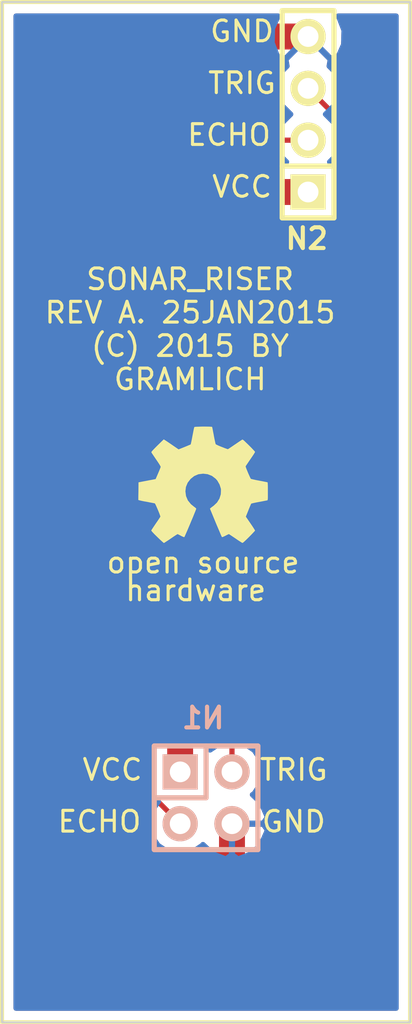
<source format=kicad_pcb>
(kicad_pcb (version 4) (host pcbnew "(2014-jul-16 BZR unknown)-product")

  (general
    (links 4)
    (no_connects 0)
    (area 99.899999 49.899999 122.87279 100.100001)
    (thickness 1.6)
    (drawings 19)
    (tracks 18)
    (zones 0)
    (modules 3)
    (nets 5)
  )

  (page A4)
  (layers
    (0 F.Cu signal)
    (31 B.Cu signal)
    (32 B.Adhes user)
    (33 F.Adhes user)
    (34 B.Paste user)
    (35 F.Paste user)
    (36 B.SilkS user)
    (37 F.SilkS user)
    (38 B.Mask user)
    (39 F.Mask user)
    (40 Dwgs.User user)
    (41 Cmts.User user)
    (42 Eco1.User user)
    (43 Eco2.User user)
    (44 Edge.Cuts user)
    (45 Margin user)
    (46 B.CrtYd user)
    (47 F.CrtYd user)
    (48 B.Fab user)
    (49 F.Fab user)
  )

  (setup
    (last_trace_width 0.254)
    (trace_clearance 0.254)
    (zone_clearance 0.508)
    (zone_45_only no)
    (trace_min 0.254)
    (segment_width 0.2)
    (edge_width 0.1)
    (via_size 0.889)
    (via_drill 0.635)
    (via_min_size 0.889)
    (via_min_drill 0.508)
    (uvia_size 0.508)
    (uvia_drill 0.127)
    (uvias_allowed no)
    (uvia_min_size 0.508)
    (uvia_min_drill 0.127)
    (pcb_text_width 0.3)
    (pcb_text_size 1.5 1.5)
    (mod_edge_width 0.15)
    (mod_text_size 1 1)
    (mod_text_width 0.15)
    (pad_size 1.7272 1.7272)
    (pad_drill 1.016)
    (pad_to_mask_clearance 0)
    (aux_axis_origin 0 0)
    (visible_elements FFFFFF7F)
    (pcbplotparams
      (layerselection 0x010f0_80000001)
      (usegerberextensions true)
      (excludeedgelayer true)
      (linewidth 0.100000)
      (plotframeref false)
      (viasonmask false)
      (mode 1)
      (useauxorigin false)
      (hpglpennumber 1)
      (hpglpenspeed 20)
      (hpglpendiameter 15)
      (hpglpenoverlay 2)
      (psnegative false)
      (psa4output false)
      (plotreference true)
      (plotvalue false)
      (plotinvisibletext false)
      (padsonsilk false)
      (subtractmaskfromsilk false)
      (outputformat 1)
      (mirror false)
      (drillshape 0)
      (scaleselection 1)
      (outputdirectory ""))
  )

  (net 0 "")
  (net 1 "Net-(N1-Pad2)")
  (net 2 "Net-(N1-Pad3)")
  (net 3 /VCC)
  (net 4 /GND)

  (net_class Default "This is the default net class."
    (clearance 0.254)
    (trace_width 0.254)
    (via_dia 0.889)
    (via_drill 0.635)
    (uvia_dia 0.508)
    (uvia_drill 0.127)
    (add_net "Net-(N1-Pad2)")
    (add_net "Net-(N1-Pad3)")
  )

  (net_class Power ""
    (clearance 0.254)
    (trace_width 1.27)
    (via_dia 0.889)
    (via_drill 0.635)
    (uvia_dia 0.508)
    (uvia_drill 0.127)
    (add_net /GND)
    (add_net /VCC)
  )

  (module sonar_riser:Pin_Header_Straight_1x04 (layer F.Cu) (tedit 54C59EF4) (tstamp 54C59B95)
    (at 115 55.5 90)
    (descr "1 pin")
    (tags "CONN DEV")
    (path /54BEACAE)
    (fp_text reference N2 (at -6.095 -0.065 180) (layer F.SilkS)
      (effects (font (size 1.016 1.016) (thickness 0.2032)))
    )
    (fp_text value SONAR_SLAVE (at 0 2.413 90) (layer F.SilkS) hide
      (effects (font (size 1.016 1.016) (thickness 0.2032)))
    )
    (fp_line (start -2.54 1.27) (end 5.08 1.27) (layer F.SilkS) (width 0.254))
    (fp_line (start -2.54 -1.27) (end 5.08 -1.27) (layer F.SilkS) (width 0.254))
    (fp_line (start -5.08 -1.27) (end -2.54 -1.27) (layer F.SilkS) (width 0.254))
    (fp_line (start 5.08 1.27) (end 5.08 -1.27) (layer F.SilkS) (width 0.254))
    (fp_line (start -2.54 -1.27) (end -2.54 1.27) (layer F.SilkS) (width 0.254))
    (fp_line (start -5.08 -1.27) (end -5.08 1.27) (layer F.SilkS) (width 0.254))
    (fp_line (start -5.08 1.27) (end -2.54 1.27) (layer F.SilkS) (width 0.254))
    (pad 1 thru_hole rect (at -3.81 0 90) (size 1.7272 1.7272) (drill 1.016) (layers *.Cu *.Mask F.SilkS)
      (net 3 /VCC))
    (pad 2 thru_hole circle (at -1.27 0 90) (size 1.7272 1.7272) (drill 1.016) (layers *.Cu *.Mask F.SilkS)
      (net 1 "Net-(N1-Pad2)"))
    (pad 3 thru_hole circle (at 1.27 0 90) (size 1.7272 1.7272) (drill 1.016) (layers *.Cu *.Mask F.SilkS)
      (net 2 "Net-(N1-Pad3)"))
    (pad 4 thru_hole circle (at 3.81 0 90) (size 1.7272 1.7272) (drill 1.016) (layers *.Cu *.Mask F.SilkS)
      (net 4 /GND))
    (model Pin_Headers/Pin_Header_Straight_1x04.wrl
      (at (xyz 0 0 0))
      (scale (xyz 1 1 1))
      (rotate (xyz 0 0 0))
    )
  )

  (module sonar_riser:Pin_Header_Straight_2x02 (layer B.Cu) (tedit 54C59EFD) (tstamp 54C5977D)
    (at 110 89)
    (descr "1 pin")
    (tags "CONN DEV")
    (path /54BEAC6B)
    (fp_text reference N1 (at -0.145 -3.91) (layer B.SilkS)
      (effects (font (size 1.016 1.016) (thickness 0.2032)) (justify mirror))
    )
    (fp_text value SONAR_MASTER (at 0 -3.81) (layer B.SilkS) hide
      (effects (font (size 1.016 1.016) (thickness 0.2032)) (justify mirror))
    )
    (fp_line (start -2.54 0) (end -2.54 -2.54) (layer B.SilkS) (width 0.254))
    (fp_line (start -2.54 -2.54) (end 0 -2.54) (layer B.SilkS) (width 0.254))
    (fp_line (start 0 -2.54) (end 0 0) (layer B.SilkS) (width 0.254))
    (fp_line (start 0 0) (end -2.54 0) (layer B.SilkS) (width 0.254))
    (fp_line (start -2.54 0) (end -2.54 2.54) (layer B.SilkS) (width 0.254))
    (fp_line (start -2.54 2.54) (end 2.54 2.54) (layer B.SilkS) (width 0.254))
    (fp_line (start 2.54 2.54) (end 2.54 -2.54) (layer B.SilkS) (width 0.254))
    (fp_line (start 2.54 -2.54) (end 0 -2.54) (layer B.SilkS) (width 0.254))
    (pad 1 thru_hole rect (at -1.27 -1.27) (size 1.7272 1.7272) (drill 1.016) (layers *.Cu *.Mask B.SilkS)
      (net 3 /VCC))
    (pad 2 thru_hole oval (at -1.27 1.27) (size 1.7272 1.7272) (drill 1.016) (layers *.Cu *.Mask B.SilkS)
      (net 1 "Net-(N1-Pad2)"))
    (pad 3 thru_hole oval (at 1.27 -1.27) (size 1.7272 1.7272) (drill 1.016) (layers *.Cu *.Mask B.SilkS)
      (net 2 "Net-(N1-Pad3)"))
    (pad 4 thru_hole oval (at 1.27 1.27) (size 1.7272 1.7272) (drill 1.016) (layers *.Cu *.Mask B.SilkS)
      (net 4 /GND))
    (model Pin_Headers/Pin_Header_Straight_2x02.wrl
      (at (xyz 0 0 0))
      (scale (xyz 1 1 1))
      (rotate (xyz 0 0 0))
    )
  )

  (module sonar_riser:OSHW_LOGO_250mil (layer F.Cu) (tedit 0) (tstamp 54C5A19F)
    (at 109.855 73.66)
    (path /54C5A15C)
    (fp_text reference OSHW1 (at 0 3.36804) (layer F.SilkS) hide
      (effects (font (size 0.28956 0.28956) (thickness 0.05588)))
    )
    (fp_text value OSHW (at 0 -3.36804) (layer F.SilkS) hide
      (effects (font (size 0.28956 0.28956) (thickness 0.05588)))
    )
    (fp_poly (pts (xy -1.92532 2.85242) (xy -1.88976 2.83464) (xy -1.8161 2.78638) (xy -1.70942 2.7178)
      (xy -1.58496 2.63398) (xy -1.4605 2.54762) (xy -1.35636 2.47904) (xy -1.2827 2.43332)
      (xy -1.25222 2.41554) (xy -1.23698 2.42316) (xy -1.17602 2.4511) (xy -1.08966 2.49682)
      (xy -1.0414 2.52222) (xy -0.96012 2.55778) (xy -0.92202 2.56286) (xy -0.9144 2.5527)
      (xy -0.88646 2.49174) (xy -0.84074 2.3876) (xy -0.77978 2.25044) (xy -0.7112 2.08788)
      (xy -0.63754 1.91516) (xy -0.56388 1.73736) (xy -0.49276 1.56972) (xy -0.4318 1.41732)
      (xy -0.381 1.29286) (xy -0.34798 1.2065) (xy -0.33782 1.17094) (xy -0.34036 1.16332)
      (xy -0.381 1.12268) (xy -0.44958 1.07188) (xy -0.59944 0.94996) (xy -0.7493 0.76454)
      (xy -0.8382 0.55372) (xy -0.86868 0.32004) (xy -0.84328 0.10414) (xy -0.75692 -0.10414)
      (xy -0.61214 -0.28956) (xy -0.43688 -0.42926) (xy -0.23114 -0.51816) (xy 0 -0.5461)
      (xy 0.22098 -0.5207) (xy 0.43434 -0.43688) (xy 0.61976 -0.29464) (xy 0.6985 -0.2032)
      (xy 0.80772 -0.0127) (xy 0.87122 0.18796) (xy 0.8763 0.2413) (xy 0.86868 0.46228)
      (xy 0.80264 0.67564) (xy 0.68326 0.86868) (xy 0.5207 1.02362) (xy 0.50038 1.03886)
      (xy 0.42418 1.09474) (xy 0.37338 1.13538) (xy 0.33528 1.1684) (xy 0.61722 1.85166)
      (xy 0.66294 1.96088) (xy 0.74168 2.1463) (xy 0.81026 2.30632) (xy 0.8636 2.43586)
      (xy 0.9017 2.52222) (xy 0.91948 2.55524) (xy 0.92202 2.55778) (xy 0.94488 2.56286)
      (xy 0.99822 2.54254) (xy 1.0922 2.49682) (xy 1.1557 2.4638) (xy 1.22936 2.42824)
      (xy 1.26238 2.41554) (xy 1.29032 2.43078) (xy 1.3589 2.4765) (xy 1.4605 2.54508)
      (xy 1.58242 2.62636) (xy 1.69926 2.70764) (xy 1.80594 2.77622) (xy 1.88468 2.82702)
      (xy 1.92278 2.84734) (xy 1.92786 2.84734) (xy 1.96342 2.82956) (xy 2.02438 2.77622)
      (xy 2.11582 2.68986) (xy 2.2479 2.56032) (xy 2.26822 2.54) (xy 2.37744 2.42824)
      (xy 2.4638 2.3368) (xy 2.52476 2.27076) (xy 2.54508 2.24028) (xy 2.54508 2.24028)
      (xy 2.52476 2.20472) (xy 2.4765 2.12598) (xy 2.40538 2.01676) (xy 2.31902 1.88976)
      (xy 2.09296 1.5621) (xy 2.21742 1.25222) (xy 2.25552 1.1557) (xy 2.30378 1.0414)
      (xy 2.33934 0.96012) (xy 2.35712 0.92202) (xy 2.39268 0.91186) (xy 2.4765 0.89154)
      (xy 2.59842 0.86614) (xy 2.74574 0.8382) (xy 2.88544 0.8128) (xy 3.01244 0.7874)
      (xy 3.10388 0.76962) (xy 3.14452 0.762) (xy 3.15468 0.75692) (xy 3.1623 0.7366)
      (xy 3.16992 0.69342) (xy 3.17246 0.61722) (xy 3.17246 0.4953) (xy 3.17246 0.32004)
      (xy 3.17246 0.30226) (xy 3.17246 0.13462) (xy 3.16992 0.00254) (xy 3.16484 -0.08382)
      (xy 3.15976 -0.11938) (xy 3.15722 -0.11938) (xy 3.11912 -0.12954) (xy 3.03022 -0.14732)
      (xy 2.90322 -0.17272) (xy 2.75336 -0.20066) (xy 2.7432 -0.2032) (xy 2.59334 -0.23114)
      (xy 2.46634 -0.25908) (xy 2.37998 -0.2794) (xy 2.34188 -0.28956) (xy 2.33426 -0.29972)
      (xy 2.30378 -0.35814) (xy 2.2606 -0.45212) (xy 2.2098 -0.56642) (xy 2.16154 -0.68326)
      (xy 2.11836 -0.78994) (xy 2.09042 -0.86868) (xy 2.0828 -0.90424) (xy 2.0828 -0.90678)
      (xy 2.10566 -0.94234) (xy 2.15646 -1.01854) (xy 2.23012 -1.12776) (xy 2.31648 -1.25476)
      (xy 2.3241 -1.26492) (xy 2.41046 -1.39192) (xy 2.48158 -1.4986) (xy 2.5273 -1.5748)
      (xy 2.54508 -1.61036) (xy 2.54508 -1.6129) (xy 2.51714 -1.651) (xy 2.4511 -1.72212)
      (xy 2.35966 -1.81864) (xy 2.2479 -1.9304) (xy 2.21234 -1.96596) (xy 2.08788 -2.08534)
      (xy 2.00406 -2.16662) (xy 1.95072 -2.20726) (xy 1.92532 -2.21742) (xy 1.92278 -2.21488)
      (xy 1.88468 -2.19202) (xy 1.80594 -2.14122) (xy 1.69672 -2.06756) (xy 1.56718 -1.97866)
      (xy 1.55702 -1.97358) (xy 1.43256 -1.88722) (xy 1.32588 -1.8161) (xy 1.24968 -1.7653)
      (xy 1.21666 -1.74498) (xy 1.21158 -1.74498) (xy 1.16078 -1.76022) (xy 1.06934 -1.79324)
      (xy 0.96012 -1.83642) (xy 0.84074 -1.88214) (xy 0.73406 -1.92786) (xy 0.65532 -1.96596)
      (xy 0.61722 -1.98628) (xy 0.61722 -1.98882) (xy 0.60198 -2.03454) (xy 0.58166 -2.12852)
      (xy 0.55372 -2.25806) (xy 0.52324 -2.41554) (xy 0.5207 -2.4384) (xy 0.49022 -2.5908)
      (xy 0.46736 -2.71526) (xy 0.44958 -2.80162) (xy 0.43942 -2.83718) (xy 0.4191 -2.84226)
      (xy 0.34544 -2.84734) (xy 0.23114 -2.84988) (xy 0.09652 -2.85242) (xy -0.04826 -2.85242)
      (xy -0.18796 -2.84734) (xy -0.30734 -2.8448) (xy -0.3937 -2.83718) (xy -0.42926 -2.8321)
      (xy -0.42926 -2.82956) (xy -0.4445 -2.7813) (xy -0.46482 -2.68732) (xy -0.49022 -2.55524)
      (xy -0.5207 -2.4003) (xy -0.52578 -2.37236) (xy -0.55372 -2.2225) (xy -0.57912 -2.09804)
      (xy -0.59944 -2.01168) (xy -0.60706 -1.97866) (xy -0.6223 -1.97104) (xy -0.68326 -1.94564)
      (xy -0.78486 -1.90246) (xy -0.90932 -1.85166) (xy -1.20142 -1.73482) (xy -1.55702 -1.97866)
      (xy -1.59004 -2.00152) (xy -1.71704 -2.08788) (xy -1.82372 -2.159) (xy -1.89738 -2.20472)
      (xy -1.92786 -2.2225) (xy -1.9304 -2.2225) (xy -1.96596 -2.18948) (xy -2.03454 -2.12344)
      (xy -2.13106 -2.02946) (xy -2.24536 -1.9177) (xy -2.32664 -1.83642) (xy -2.4257 -1.73482)
      (xy -2.48666 -1.66878) (xy -2.52222 -1.6256) (xy -2.53492 -1.6002) (xy -2.52984 -1.58242)
      (xy -2.50698 -1.54432) (xy -2.45618 -1.46812) (xy -2.38252 -1.3589) (xy -2.29616 -1.2319)
      (xy -2.22504 -1.12776) (xy -2.1463 -1.00838) (xy -2.0955 -0.92202) (xy -2.07772 -0.88138)
      (xy -2.0828 -0.8636) (xy -2.1082 -0.79248) (xy -2.15138 -0.68834) (xy -2.20472 -0.56134)
      (xy -2.32664 -0.2794) (xy -2.51206 -0.24384) (xy -2.62382 -0.22352) (xy -2.7813 -0.19304)
      (xy -2.93116 -0.1651) (xy -3.16484 -0.11938) (xy -3.175 0.74168) (xy -3.1369 0.75692)
      (xy -3.10388 0.76454) (xy -3.01752 0.78486) (xy -2.89306 0.81026) (xy -2.74574 0.83566)
      (xy -2.62128 0.86106) (xy -2.49682 0.88392) (xy -2.40538 0.9017) (xy -2.36728 0.90932)
      (xy -2.35712 0.92202) (xy -2.3241 0.98298) (xy -2.28092 1.0795) (xy -2.23012 1.19634)
      (xy -2.17932 1.31826) (xy -2.13614 1.42748) (xy -2.10566 1.51384) (xy -2.09296 1.55702)
      (xy -2.11074 1.59004) (xy -2.159 1.6637) (xy -2.22758 1.76784) (xy -2.31394 1.8923)
      (xy -2.39776 2.01676) (xy -2.46888 2.12344) (xy -2.51968 2.20218) (xy -2.54 2.2352)
      (xy -2.52984 2.2606) (xy -2.48158 2.31902) (xy -2.3876 2.41808) (xy -2.2479 2.55524)
      (xy -2.22504 2.5781) (xy -2.11328 2.68478) (xy -2.0193 2.77114) (xy -1.95326 2.82956)
      (xy -1.92532 2.85242)) (layer F.SilkS) (width 0.00254))
  )

  (gr_text hardware (at 109.49432 78.83144) (layer F.SilkS)
    (effects (font (size 1.016 1.016) (thickness 0.1524)))
  )
  (gr_text "open source" (at 109.855 77.47) (layer F.SilkS)
    (effects (font (size 1.016 1.016) (thickness 0.1524)))
  )
  (gr_text "SONAR_RISER\nREV A. 25JAN2015\n(C) 2015 BY\nGRAMLICH" (at 109.22 66.04) (layer F.SilkS)
    (effects (font (size 1.016 1.016) (thickness 0.1524)))
  )
  (gr_text ECHO (at 111.125 56.515) (layer F.SilkS)
    (effects (font (size 1.016 1.016) (thickness 0.1524)))
  )
  (gr_text TRIG (at 111.76 53.975) (layer F.SilkS)
    (effects (font (size 1.016 1.016) (thickness 0.1524)))
  )
  (gr_text GND (at 111.76 51.435) (layer F.SilkS)
    (effects (font (size 1.016 1.016) (thickness 0.1524)))
  )
  (gr_text VCC (at 105.41 87.63) (layer F.SilkS)
    (effects (font (size 1.016 1.016) (thickness 0.1524)))
  )
  (gr_text GND (at 114.3 90.17) (layer F.SilkS)
    (effects (font (size 1.016 1.016) (thickness 0.1524)))
  )
  (gr_text TRIG (at 114.3 87.63) (layer F.SilkS)
    (effects (font (size 1.016 1.016) (thickness 0.1524)))
  )
  (gr_text ECHO (at 104.775 90.17) (layer F.SilkS)
    (effects (font (size 1.016 1.016) (thickness 0.1524)))
  )
  (gr_text VCC (at 111.76 59.055) (layer F.SilkS)
    (effects (font (size 1.016 1.016) (thickness 0.1524)))
  )
  (gr_line (start 100 100) (end 100 50) (angle 90) (layer F.SilkS) (width 0.2))
  (gr_line (start 120 100) (end 100 100) (angle 90) (layer F.SilkS) (width 0.2))
  (gr_line (start 120 50) (end 120 100) (angle 90) (layer F.SilkS) (width 0.2))
  (gr_line (start 100 50) (end 120 50) (angle 90) (layer F.SilkS) (width 0.2))
  (gr_line (start 100 100) (end 100 50) (angle 90) (layer Edge.Cuts) (width 0.1))
  (gr_line (start 120 100) (end 100 100) (angle 90) (layer Edge.Cuts) (width 0.1))
  (gr_line (start 120 50) (end 120 100) (angle 90) (layer Edge.Cuts) (width 0.1))
  (gr_line (start 100 50) (end 120 50) (angle 90) (layer Edge.Cuts) (width 0.1))

  (segment (start 108.73 90.27) (end 107 88.54) (width 0.254) (layer F.Cu) (net 1))
  (segment (start 111.23 56.77) (end 115 56.77) (width 0.254) (layer F.Cu) (net 1) (tstamp 54C59D53))
  (segment (start 107 61) (end 111.23 56.77) (width 0.254) (layer F.Cu) (net 1) (tstamp 54C59D4F))
  (segment (start 107 88.54) (end 107 61) (width 0.254) (layer F.Cu) (net 1) (tstamp 54C59D4C))
  (segment (start 111.27 87.73) (end 111.27 65.73) (width 0.254) (layer F.Cu) (net 2))
  (segment (start 111.27 65.73) (end 117 60) (width 0.254) (layer F.Cu) (net 2) (tstamp 54C59DD4))
  (segment (start 117 56.23) (end 115 54.23) (width 0.254) (layer F.Cu) (net 2) (tstamp 54C59D60))
  (segment (start 117 60) (end 117 56.23) (width 0.254) (layer F.Cu) (net 2) (tstamp 54C59DDB))
  (segment (start 108.73 87.73) (end 108.73 62.27) (width 1.27) (layer F.Cu) (net 3))
  (segment (start 111.69 59.31) (end 115 59.31) (width 1.27) (layer F.Cu) (net 3) (tstamp 54C59D47))
  (segment (start 108.73 62.27) (end 111.69 59.31) (width 1.27) (layer F.Cu) (net 3) (tstamp 54C59D41))
  (segment (start 111.27 90.27) (end 111.27 91.73) (width 1.27) (layer F.Cu) (net 4))
  (segment (start 110.31 51.69) (end 115 51.69) (width 1.27) (layer F.Cu) (net 4) (tstamp 54C59D78))
  (segment (start 105 57) (end 110.31 51.69) (width 1.27) (layer F.Cu) (net 4) (tstamp 54C59D76))
  (segment (start 105 92) (end 105 57) (width 1.27) (layer F.Cu) (net 4) (tstamp 54C59D74))
  (segment (start 106 93) (end 105 92) (width 1.27) (layer F.Cu) (net 4) (tstamp 54C59D73))
  (segment (start 110 93) (end 106 93) (width 1.27) (layer F.Cu) (net 4) (tstamp 54C59D72))
  (segment (start 111.27 91.73) (end 110 93) (width 1.27) (layer F.Cu) (net 4) (tstamp 54C59D6F))

  (zone (net 4) (net_name /GND) (layer F.Cu) (tstamp 54C59D98) (hatch edge 0.508)
    (connect_pads (clearance 0.508))
    (min_thickness 0.254)
    (fill yes (arc_segments 16) (thermal_gap 0.762) (thermal_bridge_width 0.3048))
    (polygon
      (pts
        (xy 100 50) (xy 120 50) (xy 120 100) (xy 100 100)
      )
    )
    (filled_polygon
      (pts
        (xy 119.315 99.315) (xy 117.762 99.315) (xy 117.762 60) (xy 117.762 56.23) (xy 117.703996 55.938395)
        (xy 117.538815 55.691185) (xy 116.462745 54.615115) (xy 116.498339 54.529398) (xy 116.498859 53.933218) (xy 116.271192 53.38222)
        (xy 116.031186 53.141795) (xy 116.088293 52.814214) (xy 115 51.725921) (xy 113.911707 52.814214) (xy 113.968828 53.14188)
        (xy 113.73029 53.380003) (xy 113.501661 53.930602) (xy 113.501141 54.526782) (xy 113.728808 55.07778) (xy 114.150003 55.49971)
        (xy 114.15093 55.500095) (xy 113.73029 55.920003) (xy 113.69375 56.008) (xy 111.23 56.008) (xy 110.938395 56.066004)
        (xy 110.691184 56.231185) (xy 106.461185 60.461185) (xy 106.296004 60.708395) (xy 106.238 61) (xy 106.238 88.54)
        (xy 106.296004 88.831605) (xy 106.461185 89.078815) (xy 107.276755 89.894385) (xy 107.202041 90.27) (xy 107.316115 90.843489)
        (xy 107.640971 91.32967) (xy 108.127152 91.654526) (xy 108.700641 91.7686) (xy 108.759359 91.7686) (xy 109.332848 91.654526)
        (xy 109.819029 91.32967) (xy 109.846638 91.28835) (xy 110.332707 91.75091) (xy 110.970774 91.996869) (xy 111.2446 91.800168)
        (xy 111.2446 90.2954) (xy 111.2246 90.2954) (xy 111.2246 90.2446) (xy 111.2446 90.2446) (xy 111.2446 90.2246)
        (xy 111.2954 90.2246) (xy 111.2954 90.2446) (xy 112.800139 90.2446) (xy 112.996867 89.970774) (xy 112.979928 89.885605)
        (xy 112.702666 89.260504) (xy 112.270242 88.848995) (xy 112.359029 88.78967) (xy 112.683885 88.303489) (xy 112.797959 87.73)
        (xy 112.683885 87.156511) (xy 112.359029 86.67033) (xy 112.032 86.451816) (xy 112.032 66.04563) (xy 117.538815 60.538815)
        (xy 117.538816 60.538815) (xy 117.637834 60.390623) (xy 117.703996 60.291605) (xy 117.703996 60.291604) (xy 117.762 60)
        (xy 117.762 99.315) (xy 112.996867 99.315) (xy 112.996867 90.569226) (xy 112.800139 90.2954) (xy 111.2954 90.2954)
        (xy 111.2954 91.800168) (xy 111.569226 91.996869) (xy 112.207293 91.75091) (xy 112.702666 91.279496) (xy 112.979928 90.654395)
        (xy 112.996867 90.569226) (xy 112.996867 99.315) (xy 100.685 99.315) (xy 100.685 50.685) (xy 113.528601 50.685)
        (xy 113.256685 51.297588) (xy 113.239217 51.994597) (xy 113.489813 52.645233) (xy 113.539556 52.719679) (xy 113.875786 52.778293)
        (xy 114.964079 51.69) (xy 114.949936 51.675857) (xy 114.985857 51.639936) (xy 115 51.654079) (xy 115.014142 51.639936)
        (xy 115.050063 51.675857) (xy 115.035921 51.69) (xy 116.124214 52.778293) (xy 116.460444 52.719679) (xy 116.743315 52.082412)
        (xy 116.760783 51.385403) (xy 116.510187 50.734767) (xy 116.476933 50.685) (xy 119.315 50.685) (xy 119.315 99.315)
      )
    )
  )
  (zone (net 4) (net_name /GND) (layer B.Cu) (tstamp 54C59DB8) (hatch edge 0.508)
    (connect_pads (clearance 0.508))
    (min_thickness 0.254)
    (fill yes (arc_segments 16) (thermal_gap 0.762) (thermal_bridge_width 0.3048))
    (polygon
      (pts
        (xy 100 50) (xy 120 50) (xy 120 100) (xy 100 100)
      )
    )
    (filled_polygon
      (pts
        (xy 119.315 99.315) (xy 116.498859 99.315) (xy 116.498859 56.473218) (xy 116.271192 55.92222) (xy 115.849997 55.50029)
        (xy 115.849069 55.499904) (xy 116.26971 55.079997) (xy 116.498339 54.529398) (xy 116.498859 53.933218) (xy 116.271192 53.38222)
        (xy 116.031186 53.141795) (xy 116.088293 52.814214) (xy 115 51.725921) (xy 113.911707 52.814214) (xy 113.968828 53.14188)
        (xy 113.73029 53.380003) (xy 113.501661 53.930602) (xy 113.501141 54.526782) (xy 113.728808 55.07778) (xy 114.150003 55.49971)
        (xy 114.15093 55.500095) (xy 113.73029 55.920003) (xy 113.501661 56.470602) (xy 113.501141 57.066782) (xy 113.728808 57.61778)
        (xy 113.947833 57.837187) (xy 113.776702 57.908073) (xy 113.598073 58.086701) (xy 113.5014 58.32009) (xy 113.5014 58.572709)
        (xy 113.5014 60.299909) (xy 113.598073 60.533298) (xy 113.776701 60.711927) (xy 114.01009 60.8086) (xy 114.262709 60.8086)
        (xy 115.989909 60.8086) (xy 116.223298 60.711927) (xy 116.401927 60.533299) (xy 116.4986 60.29991) (xy 116.4986 60.047291)
        (xy 116.4986 58.320091) (xy 116.401927 58.086702) (xy 116.223299 57.908073) (xy 116.052148 57.837179) (xy 116.26971 57.619997)
        (xy 116.498339 57.069398) (xy 116.498859 56.473218) (xy 116.498859 99.315) (xy 112.996867 99.315) (xy 112.996867 90.569226)
        (xy 112.996867 89.970774) (xy 112.979928 89.885605) (xy 112.702666 89.260504) (xy 112.270242 88.848995) (xy 112.359029 88.78967)
        (xy 112.683885 88.303489) (xy 112.797959 87.73) (xy 112.683885 87.156511) (xy 112.359029 86.67033) (xy 111.872848 86.345474)
        (xy 111.299359 86.2314) (xy 111.240641 86.2314) (xy 110.667152 86.345474) (xy 110.195643 86.660526) (xy 110.131927 86.506702)
        (xy 109.953299 86.328073) (xy 109.71991 86.2314) (xy 109.467291 86.2314) (xy 107.740091 86.2314) (xy 107.506702 86.328073)
        (xy 107.328073 86.506701) (xy 107.2314 86.74009) (xy 107.2314 86.992709) (xy 107.2314 88.719909) (xy 107.328073 88.953298)
        (xy 107.506701 89.131927) (xy 107.662022 89.196263) (xy 107.640971 89.21033) (xy 107.316115 89.696511) (xy 107.202041 90.27)
        (xy 107.316115 90.843489) (xy 107.640971 91.32967) (xy 108.127152 91.654526) (xy 108.700641 91.7686) (xy 108.759359 91.7686)
        (xy 109.332848 91.654526) (xy 109.819029 91.32967) (xy 109.846638 91.28835) (xy 110.332707 91.75091) (xy 110.970774 91.996869)
        (xy 111.2446 91.800168) (xy 111.2446 90.2954) (xy 111.2246 90.2954) (xy 111.2246 90.2446) (xy 111.2446 90.2446)
        (xy 111.2446 90.2246) (xy 111.2954 90.2246) (xy 111.2954 90.2446) (xy 112.800139 90.2446) (xy 112.996867 89.970774)
        (xy 112.996867 90.569226) (xy 112.800139 90.2954) (xy 111.2954 90.2954) (xy 111.2954 91.800168) (xy 111.569226 91.996869)
        (xy 112.207293 91.75091) (xy 112.702666 91.279496) (xy 112.979928 90.654395) (xy 112.996867 90.569226) (xy 112.996867 99.315)
        (xy 100.685 99.315) (xy 100.685 50.685) (xy 113.528601 50.685) (xy 113.256685 51.297588) (xy 113.239217 51.994597)
        (xy 113.489813 52.645233) (xy 113.539556 52.719679) (xy 113.875786 52.778293) (xy 114.964079 51.69) (xy 114.949936 51.675857)
        (xy 114.985857 51.639936) (xy 115 51.654079) (xy 115.014142 51.639936) (xy 115.050063 51.675857) (xy 115.035921 51.69)
        (xy 116.124214 52.778293) (xy 116.460444 52.719679) (xy 116.743315 52.082412) (xy 116.760783 51.385403) (xy 116.510187 50.734767)
        (xy 116.476933 50.685) (xy 119.315 50.685) (xy 119.315 99.315)
      )
    )
  )
)

</source>
